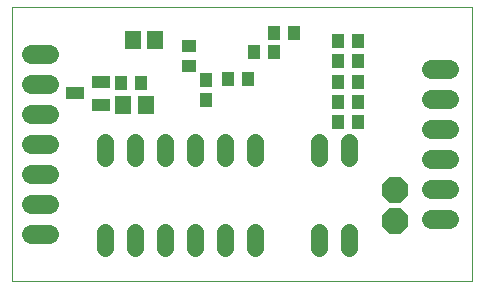
<source format=gbs>
G75*
%MOIN*%
%OFA0B0*%
%FSLAX24Y24*%
%IPPOS*%
%LPD*%
%AMOC8*
5,1,8,0,0,1.08239X$1,22.5*
%
%ADD10C,0.0000*%
%ADD11C,0.0560*%
%ADD12R,0.0473X0.0434*%
%ADD13C,0.0640*%
%ADD14R,0.0434X0.0473*%
%ADD15R,0.0552X0.0631*%
%ADD16OC8,0.0890*%
%ADD17R,0.0591X0.0434*%
D10*
X000542Y000150D02*
X000542Y009284D01*
X015896Y009284D01*
X015896Y000150D01*
X000542Y000150D01*
D11*
X003672Y001264D02*
X003672Y001784D01*
X004672Y001784D02*
X004672Y001264D01*
X005672Y001264D02*
X005672Y001784D01*
X006672Y001784D02*
X006672Y001264D01*
X007672Y001264D02*
X007672Y001784D01*
X008672Y001784D02*
X008672Y001264D01*
X010790Y001264D02*
X010790Y001784D01*
X011790Y001784D02*
X011790Y001264D01*
X011790Y004264D02*
X011790Y004784D01*
X010790Y004784D02*
X010790Y004264D01*
X008672Y004264D02*
X008672Y004784D01*
X007672Y004784D02*
X007672Y004264D01*
X006672Y004264D02*
X006672Y004784D01*
X005672Y004784D02*
X005672Y004264D01*
X004672Y004264D02*
X004672Y004784D01*
X003672Y004784D02*
X003672Y004264D01*
D12*
X006447Y007335D03*
X006447Y008004D03*
D13*
X001787Y007717D02*
X001187Y007717D01*
X001187Y006717D02*
X001787Y006717D01*
X001787Y005717D02*
X001187Y005717D01*
X001187Y004717D02*
X001787Y004717D01*
X001787Y003717D02*
X001187Y003717D01*
X001187Y002717D02*
X001787Y002717D01*
X001787Y001717D02*
X001187Y001717D01*
X014533Y002217D02*
X015133Y002217D01*
X015133Y003217D02*
X014533Y003217D01*
X014533Y004217D02*
X015133Y004217D01*
X015133Y005217D02*
X014533Y005217D01*
X014533Y006217D02*
X015133Y006217D01*
X015133Y007217D02*
X014533Y007217D01*
D14*
X012097Y007473D03*
X011428Y007473D03*
X011428Y008142D03*
X012097Y008142D03*
X009971Y008418D03*
X009302Y008418D03*
X009302Y007788D03*
X008632Y007788D03*
X008435Y006882D03*
X007766Y006882D03*
X007038Y006863D03*
X007038Y006193D03*
X004853Y006764D03*
X004184Y006764D03*
X011428Y006804D03*
X012097Y006804D03*
X012097Y006134D03*
X011428Y006134D03*
X011428Y005465D03*
X012097Y005465D03*
D15*
X005325Y008181D03*
X004577Y008181D03*
X004262Y006016D03*
X005010Y006016D03*
D16*
X013337Y003181D03*
X013337Y002158D03*
D17*
X003534Y006036D03*
X002668Y006410D03*
X003534Y006784D03*
M02*

</source>
